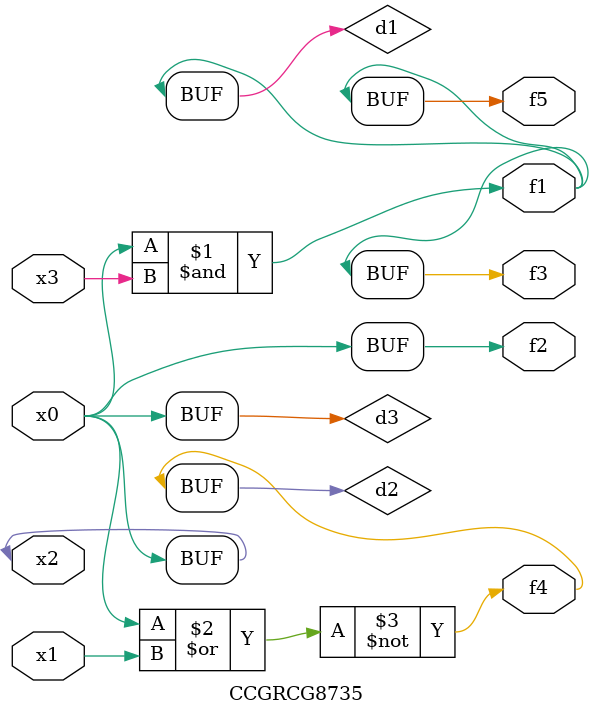
<source format=v>
module CCGRCG8735(
	input x0, x1, x2, x3,
	output f1, f2, f3, f4, f5
);

	wire d1, d2, d3;

	and (d1, x2, x3);
	nor (d2, x0, x1);
	buf (d3, x0, x2);
	assign f1 = d1;
	assign f2 = d3;
	assign f3 = d1;
	assign f4 = d2;
	assign f5 = d1;
endmodule

</source>
